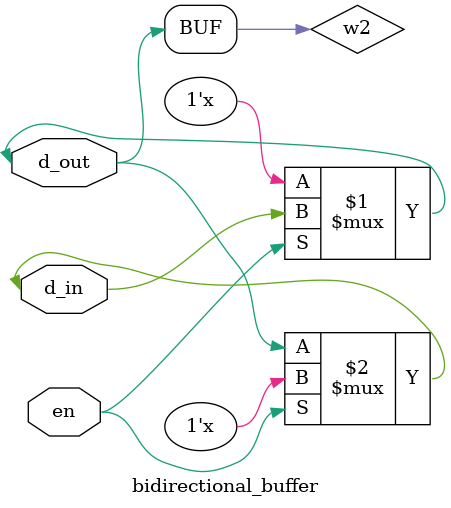
<source format=v>
module bidirectional_buffer(en,d_in,d_out);
    input en;
    inout wire d_in;
    inout wire d_out;
    bufif1 (d_out,d_in,en);
    bufif0 (d_in,d_out,en);
    wire w2;
    assign w2=d_out;
endmodule
</source>
